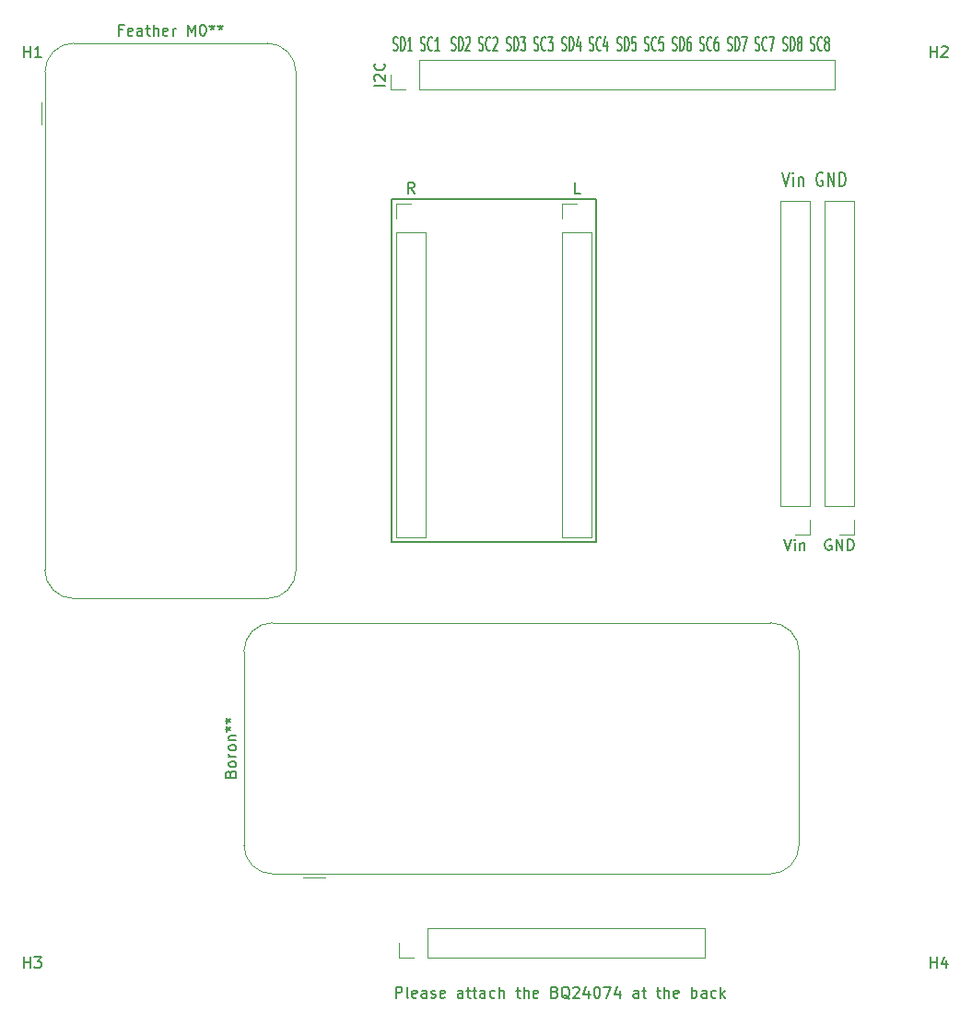
<source format=gbr>
%TF.GenerationSoftware,KiCad,Pcbnew,(6.0.7)*%
%TF.CreationDate,2023-03-27T03:10:45-05:00*%
%TF.ProjectId,Main PCB,4d61696e-2050-4434-922e-6b696361645f,rev?*%
%TF.SameCoordinates,Original*%
%TF.FileFunction,Legend,Top*%
%TF.FilePolarity,Positive*%
%FSLAX46Y46*%
G04 Gerber Fmt 4.6, Leading zero omitted, Abs format (unit mm)*
G04 Created by KiCad (PCBNEW (6.0.7)) date 2023-03-27 03:10:45*
%MOMM*%
%LPD*%
G01*
G04 APERTURE LIST*
%ADD10C,0.150000*%
%ADD11C,0.158750*%
%ADD12C,0.120000*%
G04 APERTURE END LIST*
D10*
X50436761Y-113228380D02*
X50436761Y-112228380D01*
X50817714Y-112228380D01*
X50912952Y-112276000D01*
X50960571Y-112323619D01*
X51008190Y-112418857D01*
X51008190Y-112561714D01*
X50960571Y-112656952D01*
X50912952Y-112704571D01*
X50817714Y-112752190D01*
X50436761Y-112752190D01*
X51579619Y-113228380D02*
X51484380Y-113180761D01*
X51436761Y-113085523D01*
X51436761Y-112228380D01*
X52341523Y-113180761D02*
X52246285Y-113228380D01*
X52055809Y-113228380D01*
X51960571Y-113180761D01*
X51912952Y-113085523D01*
X51912952Y-112704571D01*
X51960571Y-112609333D01*
X52055809Y-112561714D01*
X52246285Y-112561714D01*
X52341523Y-112609333D01*
X52389142Y-112704571D01*
X52389142Y-112799809D01*
X51912952Y-112895047D01*
X53246285Y-113228380D02*
X53246285Y-112704571D01*
X53198666Y-112609333D01*
X53103428Y-112561714D01*
X52912952Y-112561714D01*
X52817714Y-112609333D01*
X53246285Y-113180761D02*
X53151047Y-113228380D01*
X52912952Y-113228380D01*
X52817714Y-113180761D01*
X52770095Y-113085523D01*
X52770095Y-112990285D01*
X52817714Y-112895047D01*
X52912952Y-112847428D01*
X53151047Y-112847428D01*
X53246285Y-112799809D01*
X53674857Y-113180761D02*
X53770095Y-113228380D01*
X53960571Y-113228380D01*
X54055809Y-113180761D01*
X54103428Y-113085523D01*
X54103428Y-113037904D01*
X54055809Y-112942666D01*
X53960571Y-112895047D01*
X53817714Y-112895047D01*
X53722476Y-112847428D01*
X53674857Y-112752190D01*
X53674857Y-112704571D01*
X53722476Y-112609333D01*
X53817714Y-112561714D01*
X53960571Y-112561714D01*
X54055809Y-112609333D01*
X54912952Y-113180761D02*
X54817714Y-113228380D01*
X54627238Y-113228380D01*
X54532000Y-113180761D01*
X54484380Y-113085523D01*
X54484380Y-112704571D01*
X54532000Y-112609333D01*
X54627238Y-112561714D01*
X54817714Y-112561714D01*
X54912952Y-112609333D01*
X54960571Y-112704571D01*
X54960571Y-112799809D01*
X54484380Y-112895047D01*
X56579619Y-113228380D02*
X56579619Y-112704571D01*
X56532000Y-112609333D01*
X56436761Y-112561714D01*
X56246285Y-112561714D01*
X56151047Y-112609333D01*
X56579619Y-113180761D02*
X56484380Y-113228380D01*
X56246285Y-113228380D01*
X56151047Y-113180761D01*
X56103428Y-113085523D01*
X56103428Y-112990285D01*
X56151047Y-112895047D01*
X56246285Y-112847428D01*
X56484380Y-112847428D01*
X56579619Y-112799809D01*
X56912952Y-112561714D02*
X57293904Y-112561714D01*
X57055809Y-112228380D02*
X57055809Y-113085523D01*
X57103428Y-113180761D01*
X57198666Y-113228380D01*
X57293904Y-113228380D01*
X57484380Y-112561714D02*
X57865333Y-112561714D01*
X57627238Y-112228380D02*
X57627238Y-113085523D01*
X57674857Y-113180761D01*
X57770095Y-113228380D01*
X57865333Y-113228380D01*
X58627238Y-113228380D02*
X58627238Y-112704571D01*
X58579619Y-112609333D01*
X58484380Y-112561714D01*
X58293904Y-112561714D01*
X58198666Y-112609333D01*
X58627238Y-113180761D02*
X58532000Y-113228380D01*
X58293904Y-113228380D01*
X58198666Y-113180761D01*
X58151047Y-113085523D01*
X58151047Y-112990285D01*
X58198666Y-112895047D01*
X58293904Y-112847428D01*
X58532000Y-112847428D01*
X58627238Y-112799809D01*
X59532000Y-113180761D02*
X59436761Y-113228380D01*
X59246285Y-113228380D01*
X59151047Y-113180761D01*
X59103428Y-113133142D01*
X59055809Y-113037904D01*
X59055809Y-112752190D01*
X59103428Y-112656952D01*
X59151047Y-112609333D01*
X59246285Y-112561714D01*
X59436761Y-112561714D01*
X59532000Y-112609333D01*
X59960571Y-113228380D02*
X59960571Y-112228380D01*
X60389142Y-113228380D02*
X60389142Y-112704571D01*
X60341523Y-112609333D01*
X60246285Y-112561714D01*
X60103428Y-112561714D01*
X60008190Y-112609333D01*
X59960571Y-112656952D01*
X61484380Y-112561714D02*
X61865333Y-112561714D01*
X61627238Y-112228380D02*
X61627238Y-113085523D01*
X61674857Y-113180761D01*
X61770095Y-113228380D01*
X61865333Y-113228380D01*
X62198666Y-113228380D02*
X62198666Y-112228380D01*
X62627238Y-113228380D02*
X62627238Y-112704571D01*
X62579619Y-112609333D01*
X62484380Y-112561714D01*
X62341523Y-112561714D01*
X62246285Y-112609333D01*
X62198666Y-112656952D01*
X63484380Y-113180761D02*
X63389142Y-113228380D01*
X63198666Y-113228380D01*
X63103428Y-113180761D01*
X63055809Y-113085523D01*
X63055809Y-112704571D01*
X63103428Y-112609333D01*
X63198666Y-112561714D01*
X63389142Y-112561714D01*
X63484380Y-112609333D01*
X63531999Y-112704571D01*
X63531999Y-112799809D01*
X63055809Y-112895047D01*
X65055809Y-112704571D02*
X65198666Y-112752190D01*
X65246285Y-112799809D01*
X65293904Y-112895047D01*
X65293904Y-113037904D01*
X65246285Y-113133142D01*
X65198666Y-113180761D01*
X65103428Y-113228380D01*
X64722476Y-113228380D01*
X64722476Y-112228380D01*
X65055809Y-112228380D01*
X65151047Y-112276000D01*
X65198666Y-112323619D01*
X65246285Y-112418857D01*
X65246285Y-112514095D01*
X65198666Y-112609333D01*
X65151047Y-112656952D01*
X65055809Y-112704571D01*
X64722476Y-112704571D01*
X66389142Y-113323619D02*
X66293904Y-113276000D01*
X66198666Y-113180761D01*
X66055809Y-113037904D01*
X65960571Y-112990285D01*
X65865333Y-112990285D01*
X65912952Y-113228380D02*
X65817714Y-113180761D01*
X65722476Y-113085523D01*
X65674857Y-112895047D01*
X65674857Y-112561714D01*
X65722476Y-112371238D01*
X65817714Y-112276000D01*
X65912952Y-112228380D01*
X66103428Y-112228380D01*
X66198666Y-112276000D01*
X66293904Y-112371238D01*
X66341523Y-112561714D01*
X66341523Y-112895047D01*
X66293904Y-113085523D01*
X66198666Y-113180761D01*
X66103428Y-113228380D01*
X65912952Y-113228380D01*
X66722476Y-112323619D02*
X66770095Y-112276000D01*
X66865333Y-112228380D01*
X67103428Y-112228380D01*
X67198666Y-112276000D01*
X67246285Y-112323619D01*
X67293904Y-112418857D01*
X67293904Y-112514095D01*
X67246285Y-112656952D01*
X66674857Y-113228380D01*
X67293904Y-113228380D01*
X68151047Y-112561714D02*
X68151047Y-113228380D01*
X67912952Y-112180761D02*
X67674857Y-112895047D01*
X68293904Y-112895047D01*
X68865333Y-112228380D02*
X68960571Y-112228380D01*
X69055809Y-112276000D01*
X69103428Y-112323619D01*
X69151047Y-112418857D01*
X69198666Y-112609333D01*
X69198666Y-112847428D01*
X69151047Y-113037904D01*
X69103428Y-113133142D01*
X69055809Y-113180761D01*
X68960571Y-113228380D01*
X68865333Y-113228380D01*
X68770095Y-113180761D01*
X68722476Y-113133142D01*
X68674857Y-113037904D01*
X68627238Y-112847428D01*
X68627238Y-112609333D01*
X68674857Y-112418857D01*
X68722476Y-112323619D01*
X68770095Y-112276000D01*
X68865333Y-112228380D01*
X69531999Y-112228380D02*
X70198666Y-112228380D01*
X69770095Y-113228380D01*
X71008190Y-112561714D02*
X71008190Y-113228380D01*
X70770095Y-112180761D02*
X70531999Y-112895047D01*
X71151047Y-112895047D01*
X72722476Y-113228380D02*
X72722476Y-112704571D01*
X72674857Y-112609333D01*
X72579619Y-112561714D01*
X72389142Y-112561714D01*
X72293904Y-112609333D01*
X72722476Y-113180761D02*
X72627238Y-113228380D01*
X72389142Y-113228380D01*
X72293904Y-113180761D01*
X72246285Y-113085523D01*
X72246285Y-112990285D01*
X72293904Y-112895047D01*
X72389142Y-112847428D01*
X72627238Y-112847428D01*
X72722476Y-112799809D01*
X73055809Y-112561714D02*
X73436761Y-112561714D01*
X73198666Y-112228380D02*
X73198666Y-113085523D01*
X73246285Y-113180761D01*
X73341523Y-113228380D01*
X73436761Y-113228380D01*
X74389142Y-112561714D02*
X74770095Y-112561714D01*
X74531999Y-112228380D02*
X74531999Y-113085523D01*
X74579619Y-113180761D01*
X74674857Y-113228380D01*
X74770095Y-113228380D01*
X75103428Y-113228380D02*
X75103428Y-112228380D01*
X75531999Y-113228380D02*
X75531999Y-112704571D01*
X75484380Y-112609333D01*
X75389142Y-112561714D01*
X75246285Y-112561714D01*
X75151047Y-112609333D01*
X75103428Y-112656952D01*
X76389142Y-113180761D02*
X76293904Y-113228380D01*
X76103428Y-113228380D01*
X76008190Y-113180761D01*
X75960571Y-113085523D01*
X75960571Y-112704571D01*
X76008190Y-112609333D01*
X76103428Y-112561714D01*
X76293904Y-112561714D01*
X76389142Y-112609333D01*
X76436761Y-112704571D01*
X76436761Y-112799809D01*
X75960571Y-112895047D01*
X77627238Y-113228380D02*
X77627238Y-112228380D01*
X77627238Y-112609333D02*
X77722476Y-112561714D01*
X77912952Y-112561714D01*
X78008190Y-112609333D01*
X78055809Y-112656952D01*
X78103428Y-112752190D01*
X78103428Y-113037904D01*
X78055809Y-113133142D01*
X78008190Y-113180761D01*
X77912952Y-113228380D01*
X77722476Y-113228380D01*
X77627238Y-113180761D01*
X78960571Y-113228380D02*
X78960571Y-112704571D01*
X78912952Y-112609333D01*
X78817714Y-112561714D01*
X78627238Y-112561714D01*
X78531999Y-112609333D01*
X78960571Y-113180761D02*
X78865333Y-113228380D01*
X78627238Y-113228380D01*
X78531999Y-113180761D01*
X78484380Y-113085523D01*
X78484380Y-112990285D01*
X78531999Y-112895047D01*
X78627238Y-112847428D01*
X78865333Y-112847428D01*
X78960571Y-112799809D01*
X79865333Y-113180761D02*
X79770095Y-113228380D01*
X79579619Y-113228380D01*
X79484380Y-113180761D01*
X79436761Y-113133142D01*
X79389142Y-113037904D01*
X79389142Y-112752190D01*
X79436761Y-112656952D01*
X79484380Y-112609333D01*
X79579619Y-112561714D01*
X79770095Y-112561714D01*
X79865333Y-112609333D01*
X80293904Y-113228380D02*
X80293904Y-112228380D01*
X80389142Y-112847428D02*
X80674857Y-113228380D01*
X80674857Y-112561714D02*
X80293904Y-112942666D01*
X68834000Y-39878000D02*
X50038000Y-39878000D01*
X50038000Y-39878000D02*
X50038000Y-71374000D01*
X50038000Y-71374000D02*
X68834000Y-71374000D01*
X68834000Y-71374000D02*
X68834000Y-39878000D01*
D11*
X86015285Y-26168047D02*
X86113257Y-26228523D01*
X86276542Y-26228523D01*
X86341857Y-26168047D01*
X86374514Y-26107571D01*
X86407171Y-25986619D01*
X86407171Y-25865666D01*
X86374514Y-25744714D01*
X86341857Y-25684238D01*
X86276542Y-25623761D01*
X86145914Y-25563285D01*
X86080600Y-25502809D01*
X86047942Y-25442333D01*
X86015285Y-25321380D01*
X86015285Y-25200428D01*
X86047942Y-25079476D01*
X86080600Y-25019000D01*
X86145914Y-24958523D01*
X86309200Y-24958523D01*
X86407171Y-25019000D01*
X86701085Y-26228523D02*
X86701085Y-24958523D01*
X86864371Y-24958523D01*
X86962342Y-25019000D01*
X87027657Y-25139952D01*
X87060314Y-25260904D01*
X87092971Y-25502809D01*
X87092971Y-25684238D01*
X87060314Y-25926142D01*
X87027657Y-26047095D01*
X86962342Y-26168047D01*
X86864371Y-26228523D01*
X86701085Y-26228523D01*
X87484857Y-25502809D02*
X87419542Y-25442333D01*
X87386885Y-25381857D01*
X87354228Y-25260904D01*
X87354228Y-25200428D01*
X87386885Y-25079476D01*
X87419542Y-25019000D01*
X87484857Y-24958523D01*
X87615485Y-24958523D01*
X87680800Y-25019000D01*
X87713457Y-25079476D01*
X87746114Y-25200428D01*
X87746114Y-25260904D01*
X87713457Y-25381857D01*
X87680800Y-25442333D01*
X87615485Y-25502809D01*
X87484857Y-25502809D01*
X87419542Y-25563285D01*
X87386885Y-25623761D01*
X87354228Y-25744714D01*
X87354228Y-25986619D01*
X87386885Y-26107571D01*
X87419542Y-26168047D01*
X87484857Y-26228523D01*
X87615485Y-26228523D01*
X87680800Y-26168047D01*
X87713457Y-26107571D01*
X87746114Y-25986619D01*
X87746114Y-25744714D01*
X87713457Y-25623761D01*
X87680800Y-25563285D01*
X87615485Y-25502809D01*
X88529885Y-26168047D02*
X88627857Y-26228523D01*
X88791142Y-26228523D01*
X88856457Y-26168047D01*
X88889114Y-26107571D01*
X88921771Y-25986619D01*
X88921771Y-25865666D01*
X88889114Y-25744714D01*
X88856457Y-25684238D01*
X88791142Y-25623761D01*
X88660514Y-25563285D01*
X88595200Y-25502809D01*
X88562542Y-25442333D01*
X88529885Y-25321380D01*
X88529885Y-25200428D01*
X88562542Y-25079476D01*
X88595200Y-25019000D01*
X88660514Y-24958523D01*
X88823800Y-24958523D01*
X88921771Y-25019000D01*
X89607571Y-26107571D02*
X89574914Y-26168047D01*
X89476942Y-26228523D01*
X89411628Y-26228523D01*
X89313657Y-26168047D01*
X89248342Y-26047095D01*
X89215685Y-25926142D01*
X89183028Y-25684238D01*
X89183028Y-25502809D01*
X89215685Y-25260904D01*
X89248342Y-25139952D01*
X89313657Y-25019000D01*
X89411628Y-24958523D01*
X89476942Y-24958523D01*
X89574914Y-25019000D01*
X89607571Y-25079476D01*
X89999457Y-25502809D02*
X89934142Y-25442333D01*
X89901485Y-25381857D01*
X89868828Y-25260904D01*
X89868828Y-25200428D01*
X89901485Y-25079476D01*
X89934142Y-25019000D01*
X89999457Y-24958523D01*
X90130085Y-24958523D01*
X90195400Y-25019000D01*
X90228057Y-25079476D01*
X90260714Y-25200428D01*
X90260714Y-25260904D01*
X90228057Y-25381857D01*
X90195400Y-25442333D01*
X90130085Y-25502809D01*
X89999457Y-25502809D01*
X89934142Y-25563285D01*
X89901485Y-25623761D01*
X89868828Y-25744714D01*
X89868828Y-25986619D01*
X89901485Y-26107571D01*
X89934142Y-26168047D01*
X89999457Y-26228523D01*
X90130085Y-26228523D01*
X90195400Y-26168047D01*
X90228057Y-26107571D01*
X90260714Y-25986619D01*
X90260714Y-25744714D01*
X90228057Y-25623761D01*
X90195400Y-25563285D01*
X90130085Y-25502809D01*
X55535285Y-26168047D02*
X55633257Y-26228523D01*
X55796542Y-26228523D01*
X55861857Y-26168047D01*
X55894514Y-26107571D01*
X55927171Y-25986619D01*
X55927171Y-25865666D01*
X55894514Y-25744714D01*
X55861857Y-25684238D01*
X55796542Y-25623761D01*
X55665914Y-25563285D01*
X55600600Y-25502809D01*
X55567942Y-25442333D01*
X55535285Y-25321380D01*
X55535285Y-25200428D01*
X55567942Y-25079476D01*
X55600600Y-25019000D01*
X55665914Y-24958523D01*
X55829200Y-24958523D01*
X55927171Y-25019000D01*
X56221085Y-26228523D02*
X56221085Y-24958523D01*
X56384371Y-24958523D01*
X56482342Y-25019000D01*
X56547657Y-25139952D01*
X56580314Y-25260904D01*
X56612971Y-25502809D01*
X56612971Y-25684238D01*
X56580314Y-25926142D01*
X56547657Y-26047095D01*
X56482342Y-26168047D01*
X56384371Y-26228523D01*
X56221085Y-26228523D01*
X56874228Y-25079476D02*
X56906885Y-25019000D01*
X56972200Y-24958523D01*
X57135485Y-24958523D01*
X57200800Y-25019000D01*
X57233457Y-25079476D01*
X57266114Y-25200428D01*
X57266114Y-25321380D01*
X57233457Y-25502809D01*
X56841571Y-26228523D01*
X57266114Y-26228523D01*
X58049885Y-26168047D02*
X58147857Y-26228523D01*
X58311142Y-26228523D01*
X58376457Y-26168047D01*
X58409114Y-26107571D01*
X58441771Y-25986619D01*
X58441771Y-25865666D01*
X58409114Y-25744714D01*
X58376457Y-25684238D01*
X58311142Y-25623761D01*
X58180514Y-25563285D01*
X58115200Y-25502809D01*
X58082542Y-25442333D01*
X58049885Y-25321380D01*
X58049885Y-25200428D01*
X58082542Y-25079476D01*
X58115200Y-25019000D01*
X58180514Y-24958523D01*
X58343800Y-24958523D01*
X58441771Y-25019000D01*
X59127571Y-26107571D02*
X59094914Y-26168047D01*
X58996942Y-26228523D01*
X58931628Y-26228523D01*
X58833657Y-26168047D01*
X58768342Y-26047095D01*
X58735685Y-25926142D01*
X58703028Y-25684238D01*
X58703028Y-25502809D01*
X58735685Y-25260904D01*
X58768342Y-25139952D01*
X58833657Y-25019000D01*
X58931628Y-24958523D01*
X58996942Y-24958523D01*
X59094914Y-25019000D01*
X59127571Y-25079476D01*
X59388828Y-25079476D02*
X59421485Y-25019000D01*
X59486800Y-24958523D01*
X59650085Y-24958523D01*
X59715400Y-25019000D01*
X59748057Y-25079476D01*
X59780714Y-25200428D01*
X59780714Y-25321380D01*
X59748057Y-25502809D01*
X59356171Y-26228523D01*
X59780714Y-26228523D01*
X85924571Y-37404523D02*
X86263238Y-38674523D01*
X86601904Y-37404523D01*
X86940571Y-38674523D02*
X86940571Y-37827857D01*
X86940571Y-37404523D02*
X86892190Y-37465000D01*
X86940571Y-37525476D01*
X86988952Y-37465000D01*
X86940571Y-37404523D01*
X86940571Y-37525476D01*
X87424380Y-37827857D02*
X87424380Y-38674523D01*
X87424380Y-37948809D02*
X87472761Y-37888333D01*
X87569523Y-37827857D01*
X87714666Y-37827857D01*
X87811428Y-37888333D01*
X87859809Y-38009285D01*
X87859809Y-38674523D01*
X89649904Y-37465000D02*
X89553142Y-37404523D01*
X89408000Y-37404523D01*
X89262857Y-37465000D01*
X89166095Y-37585952D01*
X89117714Y-37706904D01*
X89069333Y-37948809D01*
X89069333Y-38130238D01*
X89117714Y-38372142D01*
X89166095Y-38493095D01*
X89262857Y-38614047D01*
X89408000Y-38674523D01*
X89504761Y-38674523D01*
X89649904Y-38614047D01*
X89698285Y-38553571D01*
X89698285Y-38130238D01*
X89504761Y-38130238D01*
X90133714Y-38674523D02*
X90133714Y-37404523D01*
X90714285Y-38674523D01*
X90714285Y-37404523D01*
X91198095Y-38674523D02*
X91198095Y-37404523D01*
X91440000Y-37404523D01*
X91585142Y-37465000D01*
X91681904Y-37585952D01*
X91730285Y-37706904D01*
X91778666Y-37948809D01*
X91778666Y-38130238D01*
X91730285Y-38372142D01*
X91681904Y-38493095D01*
X91585142Y-38614047D01*
X91440000Y-38674523D01*
X91198095Y-38674523D01*
X70775285Y-26168047D02*
X70873257Y-26228523D01*
X71036542Y-26228523D01*
X71101857Y-26168047D01*
X71134514Y-26107571D01*
X71167171Y-25986619D01*
X71167171Y-25865666D01*
X71134514Y-25744714D01*
X71101857Y-25684238D01*
X71036542Y-25623761D01*
X70905914Y-25563285D01*
X70840600Y-25502809D01*
X70807942Y-25442333D01*
X70775285Y-25321380D01*
X70775285Y-25200428D01*
X70807942Y-25079476D01*
X70840600Y-25019000D01*
X70905914Y-24958523D01*
X71069200Y-24958523D01*
X71167171Y-25019000D01*
X71461085Y-26228523D02*
X71461085Y-24958523D01*
X71624371Y-24958523D01*
X71722342Y-25019000D01*
X71787657Y-25139952D01*
X71820314Y-25260904D01*
X71852971Y-25502809D01*
X71852971Y-25684238D01*
X71820314Y-25926142D01*
X71787657Y-26047095D01*
X71722342Y-26168047D01*
X71624371Y-26228523D01*
X71461085Y-26228523D01*
X72473457Y-24958523D02*
X72146885Y-24958523D01*
X72114228Y-25563285D01*
X72146885Y-25502809D01*
X72212200Y-25442333D01*
X72375485Y-25442333D01*
X72440800Y-25502809D01*
X72473457Y-25563285D01*
X72506114Y-25684238D01*
X72506114Y-25986619D01*
X72473457Y-26107571D01*
X72440800Y-26168047D01*
X72375485Y-26228523D01*
X72212200Y-26228523D01*
X72146885Y-26168047D01*
X72114228Y-26107571D01*
X73289885Y-26168047D02*
X73387857Y-26228523D01*
X73551142Y-26228523D01*
X73616457Y-26168047D01*
X73649114Y-26107571D01*
X73681771Y-25986619D01*
X73681771Y-25865666D01*
X73649114Y-25744714D01*
X73616457Y-25684238D01*
X73551142Y-25623761D01*
X73420514Y-25563285D01*
X73355200Y-25502809D01*
X73322542Y-25442333D01*
X73289885Y-25321380D01*
X73289885Y-25200428D01*
X73322542Y-25079476D01*
X73355200Y-25019000D01*
X73420514Y-24958523D01*
X73583800Y-24958523D01*
X73681771Y-25019000D01*
X74367571Y-26107571D02*
X74334914Y-26168047D01*
X74236942Y-26228523D01*
X74171628Y-26228523D01*
X74073657Y-26168047D01*
X74008342Y-26047095D01*
X73975685Y-25926142D01*
X73943028Y-25684238D01*
X73943028Y-25502809D01*
X73975685Y-25260904D01*
X74008342Y-25139952D01*
X74073657Y-25019000D01*
X74171628Y-24958523D01*
X74236942Y-24958523D01*
X74334914Y-25019000D01*
X74367571Y-25079476D01*
X74988057Y-24958523D02*
X74661485Y-24958523D01*
X74628828Y-25563285D01*
X74661485Y-25502809D01*
X74726800Y-25442333D01*
X74890085Y-25442333D01*
X74955400Y-25502809D01*
X74988057Y-25563285D01*
X75020714Y-25684238D01*
X75020714Y-25986619D01*
X74988057Y-26107571D01*
X74955400Y-26168047D01*
X74890085Y-26228523D01*
X74726800Y-26228523D01*
X74661485Y-26168047D01*
X74628828Y-26107571D01*
X65695285Y-26168047D02*
X65793257Y-26228523D01*
X65956542Y-26228523D01*
X66021857Y-26168047D01*
X66054514Y-26107571D01*
X66087171Y-25986619D01*
X66087171Y-25865666D01*
X66054514Y-25744714D01*
X66021857Y-25684238D01*
X65956542Y-25623761D01*
X65825914Y-25563285D01*
X65760600Y-25502809D01*
X65727942Y-25442333D01*
X65695285Y-25321380D01*
X65695285Y-25200428D01*
X65727942Y-25079476D01*
X65760600Y-25019000D01*
X65825914Y-24958523D01*
X65989200Y-24958523D01*
X66087171Y-25019000D01*
X66381085Y-26228523D02*
X66381085Y-24958523D01*
X66544371Y-24958523D01*
X66642342Y-25019000D01*
X66707657Y-25139952D01*
X66740314Y-25260904D01*
X66772971Y-25502809D01*
X66772971Y-25684238D01*
X66740314Y-25926142D01*
X66707657Y-26047095D01*
X66642342Y-26168047D01*
X66544371Y-26228523D01*
X66381085Y-26228523D01*
X67360800Y-25381857D02*
X67360800Y-26228523D01*
X67197514Y-24898047D02*
X67034228Y-25805190D01*
X67458771Y-25805190D01*
X68209885Y-26168047D02*
X68307857Y-26228523D01*
X68471142Y-26228523D01*
X68536457Y-26168047D01*
X68569114Y-26107571D01*
X68601771Y-25986619D01*
X68601771Y-25865666D01*
X68569114Y-25744714D01*
X68536457Y-25684238D01*
X68471142Y-25623761D01*
X68340514Y-25563285D01*
X68275200Y-25502809D01*
X68242542Y-25442333D01*
X68209885Y-25321380D01*
X68209885Y-25200428D01*
X68242542Y-25079476D01*
X68275200Y-25019000D01*
X68340514Y-24958523D01*
X68503800Y-24958523D01*
X68601771Y-25019000D01*
X69287571Y-26107571D02*
X69254914Y-26168047D01*
X69156942Y-26228523D01*
X69091628Y-26228523D01*
X68993657Y-26168047D01*
X68928342Y-26047095D01*
X68895685Y-25926142D01*
X68863028Y-25684238D01*
X68863028Y-25502809D01*
X68895685Y-25260904D01*
X68928342Y-25139952D01*
X68993657Y-25019000D01*
X69091628Y-24958523D01*
X69156942Y-24958523D01*
X69254914Y-25019000D01*
X69287571Y-25079476D01*
X69875400Y-25381857D02*
X69875400Y-26228523D01*
X69712114Y-24898047D02*
X69548828Y-25805190D01*
X69973371Y-25805190D01*
X60615285Y-26168047D02*
X60713257Y-26228523D01*
X60876542Y-26228523D01*
X60941857Y-26168047D01*
X60974514Y-26107571D01*
X61007171Y-25986619D01*
X61007171Y-25865666D01*
X60974514Y-25744714D01*
X60941857Y-25684238D01*
X60876542Y-25623761D01*
X60745914Y-25563285D01*
X60680600Y-25502809D01*
X60647942Y-25442333D01*
X60615285Y-25321380D01*
X60615285Y-25200428D01*
X60647942Y-25079476D01*
X60680600Y-25019000D01*
X60745914Y-24958523D01*
X60909200Y-24958523D01*
X61007171Y-25019000D01*
X61301085Y-26228523D02*
X61301085Y-24958523D01*
X61464371Y-24958523D01*
X61562342Y-25019000D01*
X61627657Y-25139952D01*
X61660314Y-25260904D01*
X61692971Y-25502809D01*
X61692971Y-25684238D01*
X61660314Y-25926142D01*
X61627657Y-26047095D01*
X61562342Y-26168047D01*
X61464371Y-26228523D01*
X61301085Y-26228523D01*
X61921571Y-24958523D02*
X62346114Y-24958523D01*
X62117514Y-25442333D01*
X62215485Y-25442333D01*
X62280800Y-25502809D01*
X62313457Y-25563285D01*
X62346114Y-25684238D01*
X62346114Y-25986619D01*
X62313457Y-26107571D01*
X62280800Y-26168047D01*
X62215485Y-26228523D01*
X62019542Y-26228523D01*
X61954228Y-26168047D01*
X61921571Y-26107571D01*
X63129885Y-26168047D02*
X63227857Y-26228523D01*
X63391142Y-26228523D01*
X63456457Y-26168047D01*
X63489114Y-26107571D01*
X63521771Y-25986619D01*
X63521771Y-25865666D01*
X63489114Y-25744714D01*
X63456457Y-25684238D01*
X63391142Y-25623761D01*
X63260514Y-25563285D01*
X63195200Y-25502809D01*
X63162542Y-25442333D01*
X63129885Y-25321380D01*
X63129885Y-25200428D01*
X63162542Y-25079476D01*
X63195200Y-25019000D01*
X63260514Y-24958523D01*
X63423800Y-24958523D01*
X63521771Y-25019000D01*
X64207571Y-26107571D02*
X64174914Y-26168047D01*
X64076942Y-26228523D01*
X64011628Y-26228523D01*
X63913657Y-26168047D01*
X63848342Y-26047095D01*
X63815685Y-25926142D01*
X63783028Y-25684238D01*
X63783028Y-25502809D01*
X63815685Y-25260904D01*
X63848342Y-25139952D01*
X63913657Y-25019000D01*
X64011628Y-24958523D01*
X64076942Y-24958523D01*
X64174914Y-25019000D01*
X64207571Y-25079476D01*
X64436171Y-24958523D02*
X64860714Y-24958523D01*
X64632114Y-25442333D01*
X64730085Y-25442333D01*
X64795400Y-25502809D01*
X64828057Y-25563285D01*
X64860714Y-25684238D01*
X64860714Y-25986619D01*
X64828057Y-26107571D01*
X64795400Y-26168047D01*
X64730085Y-26228523D01*
X64534142Y-26228523D01*
X64468828Y-26168047D01*
X64436171Y-26107571D01*
X50201285Y-26168047D02*
X50299257Y-26228523D01*
X50462542Y-26228523D01*
X50527857Y-26168047D01*
X50560514Y-26107571D01*
X50593171Y-25986619D01*
X50593171Y-25865666D01*
X50560514Y-25744714D01*
X50527857Y-25684238D01*
X50462542Y-25623761D01*
X50331914Y-25563285D01*
X50266600Y-25502809D01*
X50233942Y-25442333D01*
X50201285Y-25321380D01*
X50201285Y-25200428D01*
X50233942Y-25079476D01*
X50266600Y-25019000D01*
X50331914Y-24958523D01*
X50495200Y-24958523D01*
X50593171Y-25019000D01*
X50887085Y-26228523D02*
X50887085Y-24958523D01*
X51050371Y-24958523D01*
X51148342Y-25019000D01*
X51213657Y-25139952D01*
X51246314Y-25260904D01*
X51278971Y-25502809D01*
X51278971Y-25684238D01*
X51246314Y-25926142D01*
X51213657Y-26047095D01*
X51148342Y-26168047D01*
X51050371Y-26228523D01*
X50887085Y-26228523D01*
X51932114Y-26228523D02*
X51540228Y-26228523D01*
X51736171Y-26228523D02*
X51736171Y-24958523D01*
X51670857Y-25139952D01*
X51605542Y-25260904D01*
X51540228Y-25321380D01*
X52715885Y-26168047D02*
X52813857Y-26228523D01*
X52977142Y-26228523D01*
X53042457Y-26168047D01*
X53075114Y-26107571D01*
X53107771Y-25986619D01*
X53107771Y-25865666D01*
X53075114Y-25744714D01*
X53042457Y-25684238D01*
X52977142Y-25623761D01*
X52846514Y-25563285D01*
X52781200Y-25502809D01*
X52748542Y-25442333D01*
X52715885Y-25321380D01*
X52715885Y-25200428D01*
X52748542Y-25079476D01*
X52781200Y-25019000D01*
X52846514Y-24958523D01*
X53009800Y-24958523D01*
X53107771Y-25019000D01*
X53793571Y-26107571D02*
X53760914Y-26168047D01*
X53662942Y-26228523D01*
X53597628Y-26228523D01*
X53499657Y-26168047D01*
X53434342Y-26047095D01*
X53401685Y-25926142D01*
X53369028Y-25684238D01*
X53369028Y-25502809D01*
X53401685Y-25260904D01*
X53434342Y-25139952D01*
X53499657Y-25019000D01*
X53597628Y-24958523D01*
X53662942Y-24958523D01*
X53760914Y-25019000D01*
X53793571Y-25079476D01*
X54446714Y-26228523D02*
X54054828Y-26228523D01*
X54250771Y-26228523D02*
X54250771Y-24958523D01*
X54185457Y-25139952D01*
X54120142Y-25260904D01*
X54054828Y-25321380D01*
X80935285Y-26168047D02*
X81033257Y-26228523D01*
X81196542Y-26228523D01*
X81261857Y-26168047D01*
X81294514Y-26107571D01*
X81327171Y-25986619D01*
X81327171Y-25865666D01*
X81294514Y-25744714D01*
X81261857Y-25684238D01*
X81196542Y-25623761D01*
X81065914Y-25563285D01*
X81000600Y-25502809D01*
X80967942Y-25442333D01*
X80935285Y-25321380D01*
X80935285Y-25200428D01*
X80967942Y-25079476D01*
X81000600Y-25019000D01*
X81065914Y-24958523D01*
X81229200Y-24958523D01*
X81327171Y-25019000D01*
X81621085Y-26228523D02*
X81621085Y-24958523D01*
X81784371Y-24958523D01*
X81882342Y-25019000D01*
X81947657Y-25139952D01*
X81980314Y-25260904D01*
X82012971Y-25502809D01*
X82012971Y-25684238D01*
X81980314Y-25926142D01*
X81947657Y-26047095D01*
X81882342Y-26168047D01*
X81784371Y-26228523D01*
X81621085Y-26228523D01*
X82241571Y-24958523D02*
X82698771Y-24958523D01*
X82404857Y-26228523D01*
X83449885Y-26168047D02*
X83547857Y-26228523D01*
X83711142Y-26228523D01*
X83776457Y-26168047D01*
X83809114Y-26107571D01*
X83841771Y-25986619D01*
X83841771Y-25865666D01*
X83809114Y-25744714D01*
X83776457Y-25684238D01*
X83711142Y-25623761D01*
X83580514Y-25563285D01*
X83515200Y-25502809D01*
X83482542Y-25442333D01*
X83449885Y-25321380D01*
X83449885Y-25200428D01*
X83482542Y-25079476D01*
X83515200Y-25019000D01*
X83580514Y-24958523D01*
X83743800Y-24958523D01*
X83841771Y-25019000D01*
X84527571Y-26107571D02*
X84494914Y-26168047D01*
X84396942Y-26228523D01*
X84331628Y-26228523D01*
X84233657Y-26168047D01*
X84168342Y-26047095D01*
X84135685Y-25926142D01*
X84103028Y-25684238D01*
X84103028Y-25502809D01*
X84135685Y-25260904D01*
X84168342Y-25139952D01*
X84233657Y-25019000D01*
X84331628Y-24958523D01*
X84396942Y-24958523D01*
X84494914Y-25019000D01*
X84527571Y-25079476D01*
X84756171Y-24958523D02*
X85213371Y-24958523D01*
X84919457Y-26228523D01*
X75855285Y-26168047D02*
X75953257Y-26228523D01*
X76116542Y-26228523D01*
X76181857Y-26168047D01*
X76214514Y-26107571D01*
X76247171Y-25986619D01*
X76247171Y-25865666D01*
X76214514Y-25744714D01*
X76181857Y-25684238D01*
X76116542Y-25623761D01*
X75985914Y-25563285D01*
X75920600Y-25502809D01*
X75887942Y-25442333D01*
X75855285Y-25321380D01*
X75855285Y-25200428D01*
X75887942Y-25079476D01*
X75920600Y-25019000D01*
X75985914Y-24958523D01*
X76149200Y-24958523D01*
X76247171Y-25019000D01*
X76541085Y-26228523D02*
X76541085Y-24958523D01*
X76704371Y-24958523D01*
X76802342Y-25019000D01*
X76867657Y-25139952D01*
X76900314Y-25260904D01*
X76932971Y-25502809D01*
X76932971Y-25684238D01*
X76900314Y-25926142D01*
X76867657Y-26047095D01*
X76802342Y-26168047D01*
X76704371Y-26228523D01*
X76541085Y-26228523D01*
X77520800Y-24958523D02*
X77390171Y-24958523D01*
X77324857Y-25019000D01*
X77292200Y-25079476D01*
X77226885Y-25260904D01*
X77194228Y-25502809D01*
X77194228Y-25986619D01*
X77226885Y-26107571D01*
X77259542Y-26168047D01*
X77324857Y-26228523D01*
X77455485Y-26228523D01*
X77520800Y-26168047D01*
X77553457Y-26107571D01*
X77586114Y-25986619D01*
X77586114Y-25684238D01*
X77553457Y-25563285D01*
X77520800Y-25502809D01*
X77455485Y-25442333D01*
X77324857Y-25442333D01*
X77259542Y-25502809D01*
X77226885Y-25563285D01*
X77194228Y-25684238D01*
X78369885Y-26168047D02*
X78467857Y-26228523D01*
X78631142Y-26228523D01*
X78696457Y-26168047D01*
X78729114Y-26107571D01*
X78761771Y-25986619D01*
X78761771Y-25865666D01*
X78729114Y-25744714D01*
X78696457Y-25684238D01*
X78631142Y-25623761D01*
X78500514Y-25563285D01*
X78435200Y-25502809D01*
X78402542Y-25442333D01*
X78369885Y-25321380D01*
X78369885Y-25200428D01*
X78402542Y-25079476D01*
X78435200Y-25019000D01*
X78500514Y-24958523D01*
X78663800Y-24958523D01*
X78761771Y-25019000D01*
X79447571Y-26107571D02*
X79414914Y-26168047D01*
X79316942Y-26228523D01*
X79251628Y-26228523D01*
X79153657Y-26168047D01*
X79088342Y-26047095D01*
X79055685Y-25926142D01*
X79023028Y-25684238D01*
X79023028Y-25502809D01*
X79055685Y-25260904D01*
X79088342Y-25139952D01*
X79153657Y-25019000D01*
X79251628Y-24958523D01*
X79316942Y-24958523D01*
X79414914Y-25019000D01*
X79447571Y-25079476D01*
X80035400Y-24958523D02*
X79904771Y-24958523D01*
X79839457Y-25019000D01*
X79806800Y-25079476D01*
X79741485Y-25260904D01*
X79708828Y-25502809D01*
X79708828Y-25986619D01*
X79741485Y-26107571D01*
X79774142Y-26168047D01*
X79839457Y-26228523D01*
X79970085Y-26228523D01*
X80035400Y-26168047D01*
X80068057Y-26107571D01*
X80100714Y-25986619D01*
X80100714Y-25684238D01*
X80068057Y-25563285D01*
X80035400Y-25502809D01*
X79970085Y-25442333D01*
X79839457Y-25442333D01*
X79774142Y-25502809D01*
X79741485Y-25563285D01*
X79708828Y-25684238D01*
D10*
%TO.C,I2C*%
X49430380Y-29424190D02*
X48430380Y-29424190D01*
X48525619Y-28995619D02*
X48478000Y-28948000D01*
X48430380Y-28852761D01*
X48430380Y-28614666D01*
X48478000Y-28519428D01*
X48525619Y-28471809D01*
X48620857Y-28424190D01*
X48716095Y-28424190D01*
X48858952Y-28471809D01*
X49430380Y-29043238D01*
X49430380Y-28424190D01*
X49335142Y-27424190D02*
X49382761Y-27471809D01*
X49430380Y-27614666D01*
X49430380Y-27709904D01*
X49382761Y-27852761D01*
X49287523Y-27948000D01*
X49192285Y-27995619D01*
X49001809Y-28043238D01*
X48858952Y-28043238D01*
X48668476Y-27995619D01*
X48573238Y-27948000D01*
X48478000Y-27852761D01*
X48430380Y-27709904D01*
X48430380Y-27614666D01*
X48478000Y-27471809D01*
X48525619Y-27424190D01*
%TO.C,H1*%
X16256095Y-26812380D02*
X16256095Y-25812380D01*
X16256095Y-26288571D02*
X16827523Y-26288571D01*
X16827523Y-26812380D02*
X16827523Y-25812380D01*
X17827523Y-26812380D02*
X17256095Y-26812380D01*
X17541809Y-26812380D02*
X17541809Y-25812380D01*
X17446571Y-25955238D01*
X17351333Y-26050476D01*
X17256095Y-26098095D01*
%TO.C,H2*%
X99568095Y-26812380D02*
X99568095Y-25812380D01*
X99568095Y-26288571D02*
X100139523Y-26288571D01*
X100139523Y-26812380D02*
X100139523Y-25812380D01*
X100568095Y-25907619D02*
X100615714Y-25860000D01*
X100710952Y-25812380D01*
X100949047Y-25812380D01*
X101044285Y-25860000D01*
X101091904Y-25907619D01*
X101139523Y-26002857D01*
X101139523Y-26098095D01*
X101091904Y-26240952D01*
X100520476Y-26812380D01*
X101139523Y-26812380D01*
%TO.C,GND*%
X90424095Y-71172000D02*
X90328857Y-71124380D01*
X90186000Y-71124380D01*
X90043142Y-71172000D01*
X89947904Y-71267238D01*
X89900285Y-71362476D01*
X89852666Y-71552952D01*
X89852666Y-71695809D01*
X89900285Y-71886285D01*
X89947904Y-71981523D01*
X90043142Y-72076761D01*
X90186000Y-72124380D01*
X90281238Y-72124380D01*
X90424095Y-72076761D01*
X90471714Y-72029142D01*
X90471714Y-71695809D01*
X90281238Y-71695809D01*
X90900285Y-72124380D02*
X90900285Y-71124380D01*
X91471714Y-72124380D01*
X91471714Y-71124380D01*
X91947904Y-72124380D02*
X91947904Y-71124380D01*
X92186000Y-71124380D01*
X92328857Y-71172000D01*
X92424095Y-71267238D01*
X92471714Y-71362476D01*
X92519333Y-71552952D01*
X92519333Y-71695809D01*
X92471714Y-71886285D01*
X92424095Y-71981523D01*
X92328857Y-72076761D01*
X92186000Y-72124380D01*
X91947904Y-72124380D01*
%TO.C,R*%
X52125523Y-39314380D02*
X51792190Y-38838190D01*
X51554095Y-39314380D02*
X51554095Y-38314380D01*
X51935047Y-38314380D01*
X52030285Y-38362000D01*
X52077904Y-38409619D01*
X52125523Y-38504857D01*
X52125523Y-38647714D01*
X52077904Y-38742952D01*
X52030285Y-38790571D01*
X51935047Y-38838190D01*
X51554095Y-38838190D01*
%TO.C,Feather M0\u002A\u002A*%
X25313238Y-24312571D02*
X24979904Y-24312571D01*
X24979904Y-24836380D02*
X24979904Y-23836380D01*
X25456095Y-23836380D01*
X26218000Y-24788761D02*
X26122761Y-24836380D01*
X25932285Y-24836380D01*
X25837047Y-24788761D01*
X25789428Y-24693523D01*
X25789428Y-24312571D01*
X25837047Y-24217333D01*
X25932285Y-24169714D01*
X26122761Y-24169714D01*
X26218000Y-24217333D01*
X26265619Y-24312571D01*
X26265619Y-24407809D01*
X25789428Y-24503047D01*
X27122761Y-24836380D02*
X27122761Y-24312571D01*
X27075142Y-24217333D01*
X26979904Y-24169714D01*
X26789428Y-24169714D01*
X26694190Y-24217333D01*
X27122761Y-24788761D02*
X27027523Y-24836380D01*
X26789428Y-24836380D01*
X26694190Y-24788761D01*
X26646571Y-24693523D01*
X26646571Y-24598285D01*
X26694190Y-24503047D01*
X26789428Y-24455428D01*
X27027523Y-24455428D01*
X27122761Y-24407809D01*
X27456095Y-24169714D02*
X27837047Y-24169714D01*
X27598952Y-23836380D02*
X27598952Y-24693523D01*
X27646571Y-24788761D01*
X27741809Y-24836380D01*
X27837047Y-24836380D01*
X28170380Y-24836380D02*
X28170380Y-23836380D01*
X28598952Y-24836380D02*
X28598952Y-24312571D01*
X28551333Y-24217333D01*
X28456095Y-24169714D01*
X28313238Y-24169714D01*
X28218000Y-24217333D01*
X28170380Y-24264952D01*
X29456095Y-24788761D02*
X29360857Y-24836380D01*
X29170380Y-24836380D01*
X29075142Y-24788761D01*
X29027523Y-24693523D01*
X29027523Y-24312571D01*
X29075142Y-24217333D01*
X29170380Y-24169714D01*
X29360857Y-24169714D01*
X29456095Y-24217333D01*
X29503714Y-24312571D01*
X29503714Y-24407809D01*
X29027523Y-24503047D01*
X29932285Y-24836380D02*
X29932285Y-24169714D01*
X29932285Y-24360190D02*
X29979904Y-24264952D01*
X30027523Y-24217333D01*
X30122761Y-24169714D01*
X30217999Y-24169714D01*
X31313238Y-24836380D02*
X31313238Y-23836380D01*
X31646571Y-24550666D01*
X31979904Y-23836380D01*
X31979904Y-24836380D01*
X32646571Y-23836380D02*
X32741809Y-23836380D01*
X32837047Y-23884000D01*
X32884666Y-23931619D01*
X32932285Y-24026857D01*
X32979904Y-24217333D01*
X32979904Y-24455428D01*
X32932285Y-24645904D01*
X32884666Y-24741142D01*
X32837047Y-24788761D01*
X32741809Y-24836380D01*
X32646571Y-24836380D01*
X32551333Y-24788761D01*
X32503714Y-24741142D01*
X32456095Y-24645904D01*
X32408476Y-24455428D01*
X32408476Y-24217333D01*
X32456095Y-24026857D01*
X32503714Y-23931619D01*
X32551333Y-23884000D01*
X32646571Y-23836380D01*
X33551333Y-23836380D02*
X33551333Y-24074476D01*
X33313238Y-23979238D02*
X33551333Y-24074476D01*
X33789428Y-23979238D01*
X33408476Y-24264952D02*
X33551333Y-24074476D01*
X33694190Y-24264952D01*
X34313238Y-23836380D02*
X34313238Y-24074476D01*
X34075142Y-23979238D02*
X34313238Y-24074476D01*
X34551333Y-23979238D01*
X34170380Y-24264952D02*
X34313238Y-24074476D01*
X34456095Y-24264952D01*
%TO.C,Boron\u002A\u002A*%
X35234571Y-92673642D02*
X35282190Y-92530785D01*
X35329809Y-92483166D01*
X35425047Y-92435547D01*
X35567904Y-92435547D01*
X35663142Y-92483166D01*
X35710761Y-92530785D01*
X35758380Y-92626023D01*
X35758380Y-93006976D01*
X34758380Y-93006976D01*
X34758380Y-92673642D01*
X34806000Y-92578404D01*
X34853619Y-92530785D01*
X34948857Y-92483166D01*
X35044095Y-92483166D01*
X35139333Y-92530785D01*
X35186952Y-92578404D01*
X35234571Y-92673642D01*
X35234571Y-93006976D01*
X35758380Y-91864119D02*
X35710761Y-91959357D01*
X35663142Y-92006976D01*
X35567904Y-92054595D01*
X35282190Y-92054595D01*
X35186952Y-92006976D01*
X35139333Y-91959357D01*
X35091714Y-91864119D01*
X35091714Y-91721261D01*
X35139333Y-91626023D01*
X35186952Y-91578404D01*
X35282190Y-91530785D01*
X35567904Y-91530785D01*
X35663142Y-91578404D01*
X35710761Y-91626023D01*
X35758380Y-91721261D01*
X35758380Y-91864119D01*
X35758380Y-91102214D02*
X35091714Y-91102214D01*
X35282190Y-91102214D02*
X35186952Y-91054595D01*
X35139333Y-91006976D01*
X35091714Y-90911738D01*
X35091714Y-90816500D01*
X35758380Y-90340309D02*
X35710761Y-90435547D01*
X35663142Y-90483166D01*
X35567904Y-90530785D01*
X35282190Y-90530785D01*
X35186952Y-90483166D01*
X35139333Y-90435547D01*
X35091714Y-90340309D01*
X35091714Y-90197452D01*
X35139333Y-90102214D01*
X35186952Y-90054595D01*
X35282190Y-90006976D01*
X35567904Y-90006976D01*
X35663142Y-90054595D01*
X35710761Y-90102214D01*
X35758380Y-90197452D01*
X35758380Y-90340309D01*
X35091714Y-89578404D02*
X35758380Y-89578404D01*
X35186952Y-89578404D02*
X35139333Y-89530785D01*
X35091714Y-89435547D01*
X35091714Y-89292690D01*
X35139333Y-89197452D01*
X35234571Y-89149833D01*
X35758380Y-89149833D01*
X34758380Y-88530785D02*
X34996476Y-88530785D01*
X34901238Y-88768880D02*
X34996476Y-88530785D01*
X34901238Y-88292690D01*
X35186952Y-88673642D02*
X34996476Y-88530785D01*
X35186952Y-88387928D01*
X34758380Y-87768880D02*
X34996476Y-87768880D01*
X34901238Y-88006976D02*
X34996476Y-87768880D01*
X34901238Y-87530785D01*
X35186952Y-87911738D02*
X34996476Y-87768880D01*
X35186952Y-87626023D01*
%TO.C,H3*%
X16256095Y-110490380D02*
X16256095Y-109490380D01*
X16256095Y-109966571D02*
X16827523Y-109966571D01*
X16827523Y-110490380D02*
X16827523Y-109490380D01*
X17208476Y-109490380D02*
X17827523Y-109490380D01*
X17494190Y-109871333D01*
X17637047Y-109871333D01*
X17732285Y-109918952D01*
X17779904Y-109966571D01*
X17827523Y-110061809D01*
X17827523Y-110299904D01*
X17779904Y-110395142D01*
X17732285Y-110442761D01*
X17637047Y-110490380D01*
X17351333Y-110490380D01*
X17256095Y-110442761D01*
X17208476Y-110395142D01*
%TO.C,L*%
X67365523Y-39314380D02*
X66889333Y-39314380D01*
X66889333Y-38314380D01*
%TO.C,Vin*%
X86098190Y-71124380D02*
X86431523Y-72124380D01*
X86764857Y-71124380D01*
X87098190Y-72124380D02*
X87098190Y-71457714D01*
X87098190Y-71124380D02*
X87050571Y-71172000D01*
X87098190Y-71219619D01*
X87145809Y-71172000D01*
X87098190Y-71124380D01*
X87098190Y-71219619D01*
X87574380Y-71457714D02*
X87574380Y-72124380D01*
X87574380Y-71552952D02*
X87622000Y-71505333D01*
X87717238Y-71457714D01*
X87860095Y-71457714D01*
X87955333Y-71505333D01*
X88002952Y-71600571D01*
X88002952Y-72124380D01*
%TO.C,H4*%
X99568095Y-110490380D02*
X99568095Y-109490380D01*
X99568095Y-109966571D02*
X100139523Y-109966571D01*
X100139523Y-110490380D02*
X100139523Y-109490380D01*
X101044285Y-109823714D02*
X101044285Y-110490380D01*
X100806190Y-109442761D02*
X100568095Y-110157047D01*
X101187142Y-110157047D01*
D12*
%TO.C,I2C*%
X52578000Y-27118000D02*
X90738000Y-27118000D01*
X49978000Y-29778000D02*
X49978000Y-28448000D01*
X90738000Y-29778000D02*
X90738000Y-27118000D01*
X51308000Y-29778000D02*
X49978000Y-29778000D01*
X52578000Y-29778000D02*
X90738000Y-29778000D01*
X52578000Y-29778000D02*
X52578000Y-27118000D01*
%TO.C,GND*%
X92516000Y-68072000D02*
X92516000Y-40072000D01*
X92516000Y-69342000D02*
X92516000Y-70672000D01*
X92516000Y-70672000D02*
X91186000Y-70672000D01*
X89856000Y-68072000D02*
X89856000Y-40072000D01*
X92516000Y-40072000D02*
X89856000Y-40072000D01*
X92516000Y-68072000D02*
X89856000Y-68072000D01*
%TO.C,R*%
X53146000Y-42926000D02*
X53146000Y-70926000D01*
X50486000Y-70926000D02*
X53146000Y-70926000D01*
X50486000Y-40326000D02*
X51816000Y-40326000D01*
X50486000Y-41656000D02*
X50486000Y-40326000D01*
X50486000Y-42926000D02*
X50486000Y-70926000D01*
X50486000Y-42926000D02*
X53146000Y-42926000D01*
%TO.C,Feather M0\u002A\u002A*%
X38608000Y-76564000D02*
X20828000Y-76564000D01*
X17858000Y-33004000D02*
X17858000Y-31004000D01*
X41258000Y-28194000D02*
X41258000Y-73914000D01*
X18178000Y-28194000D02*
X18178000Y-73914000D01*
X38608000Y-25544000D02*
X20828000Y-25544000D01*
X18178000Y-73914000D02*
G75*
G03*
X20828000Y-76564000I2650000J0D01*
G01*
X41258000Y-28194000D02*
G75*
G03*
X38608000Y-25544000I-2650000J0D01*
G01*
X38608000Y-76564000D02*
G75*
G03*
X41258000Y-73914000I0J2650000D01*
G01*
X20828000Y-25544000D02*
G75*
G03*
X18178000Y-28194000I0J-2650000D01*
G01*
%TO.C,Boron\u002A\u002A*%
X36466000Y-99206500D02*
G75*
G03*
X39116000Y-101856500I2650000J0D01*
G01*
X87486000Y-81426500D02*
G75*
G03*
X84836000Y-78776500I-2650000J0D01*
G01*
X39116000Y-78776500D02*
G75*
G03*
X36466000Y-81426500I0J-2650000D01*
G01*
X84836000Y-101856500D02*
G75*
G03*
X87486000Y-99206500I0J2650000D01*
G01*
X36466000Y-81426500D02*
X36466000Y-99206500D01*
X39116000Y-101856500D02*
X84836000Y-101856500D01*
X39116000Y-78776500D02*
X84836000Y-78776500D01*
X43926000Y-102176500D02*
X41926000Y-102176500D01*
X87486000Y-81426500D02*
X87486000Y-99206500D01*
%TO.C,BQ24074*%
X50740000Y-109534000D02*
X50740000Y-108204000D01*
X53340000Y-109534000D02*
X53340000Y-106874000D01*
X53340000Y-109534000D02*
X78800000Y-109534000D01*
X53340000Y-106874000D02*
X78800000Y-106874000D01*
X78800000Y-109534000D02*
X78800000Y-106874000D01*
X52070000Y-109534000D02*
X50740000Y-109534000D01*
%TO.C,L*%
X65726000Y-42926000D02*
X68386000Y-42926000D01*
X68386000Y-42926000D02*
X68386000Y-70926000D01*
X65726000Y-40326000D02*
X67056000Y-40326000D01*
X65726000Y-70926000D02*
X68386000Y-70926000D01*
X65726000Y-41656000D02*
X65726000Y-40326000D01*
X65726000Y-42926000D02*
X65726000Y-70926000D01*
%TO.C,Vin*%
X88452000Y-68072000D02*
X85792000Y-68072000D01*
X85792000Y-68072000D02*
X85792000Y-40072000D01*
X88452000Y-69342000D02*
X88452000Y-70672000D01*
X88452000Y-40072000D02*
X85792000Y-40072000D01*
X88452000Y-68072000D02*
X88452000Y-40072000D01*
X88452000Y-70672000D02*
X87122000Y-70672000D01*
%TD*%
M02*

</source>
